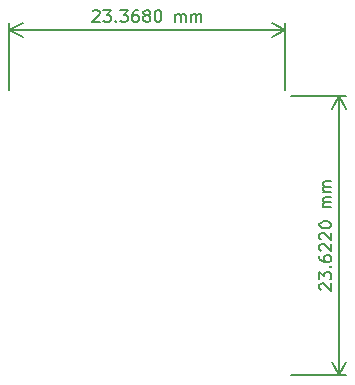
<source format=gbr>
%TF.GenerationSoftware,KiCad,Pcbnew,7.99.0-957-g18dd623122*%
%TF.CreationDate,2023-07-10T16:21:33-04:00*%
%TF.ProjectId,rp2040_base,72703230-3430-45f6-9261-73652e6b6963,rev?*%
%TF.SameCoordinates,Original*%
%TF.FileFunction,Other,Comment*%
%FSLAX46Y46*%
G04 Gerber Fmt 4.6, Leading zero omitted, Abs format (unit mm)*
G04 Created by KiCad (PCBNEW 7.99.0-957-g18dd623122) date 2023-07-10 16:21:33*
%MOMM*%
%LPD*%
G01*
G04 APERTURE LIST*
%ADD10C,0.150000*%
G04 APERTURE END LIST*
D10*
X133048953Y-72067858D02*
X133096572Y-72020239D01*
X133096572Y-72020239D02*
X133191810Y-71972620D01*
X133191810Y-71972620D02*
X133429905Y-71972620D01*
X133429905Y-71972620D02*
X133525143Y-72020239D01*
X133525143Y-72020239D02*
X133572762Y-72067858D01*
X133572762Y-72067858D02*
X133620381Y-72163096D01*
X133620381Y-72163096D02*
X133620381Y-72258334D01*
X133620381Y-72258334D02*
X133572762Y-72401191D01*
X133572762Y-72401191D02*
X133001334Y-72972620D01*
X133001334Y-72972620D02*
X133620381Y-72972620D01*
X133953715Y-71972620D02*
X134572762Y-71972620D01*
X134572762Y-71972620D02*
X134239429Y-72353572D01*
X134239429Y-72353572D02*
X134382286Y-72353572D01*
X134382286Y-72353572D02*
X134477524Y-72401191D01*
X134477524Y-72401191D02*
X134525143Y-72448810D01*
X134525143Y-72448810D02*
X134572762Y-72544048D01*
X134572762Y-72544048D02*
X134572762Y-72782143D01*
X134572762Y-72782143D02*
X134525143Y-72877381D01*
X134525143Y-72877381D02*
X134477524Y-72925001D01*
X134477524Y-72925001D02*
X134382286Y-72972620D01*
X134382286Y-72972620D02*
X134096572Y-72972620D01*
X134096572Y-72972620D02*
X134001334Y-72925001D01*
X134001334Y-72925001D02*
X133953715Y-72877381D01*
X135001334Y-72877381D02*
X135048953Y-72925001D01*
X135048953Y-72925001D02*
X135001334Y-72972620D01*
X135001334Y-72972620D02*
X134953715Y-72925001D01*
X134953715Y-72925001D02*
X135001334Y-72877381D01*
X135001334Y-72877381D02*
X135001334Y-72972620D01*
X135382286Y-71972620D02*
X136001333Y-71972620D01*
X136001333Y-71972620D02*
X135668000Y-72353572D01*
X135668000Y-72353572D02*
X135810857Y-72353572D01*
X135810857Y-72353572D02*
X135906095Y-72401191D01*
X135906095Y-72401191D02*
X135953714Y-72448810D01*
X135953714Y-72448810D02*
X136001333Y-72544048D01*
X136001333Y-72544048D02*
X136001333Y-72782143D01*
X136001333Y-72782143D02*
X135953714Y-72877381D01*
X135953714Y-72877381D02*
X135906095Y-72925001D01*
X135906095Y-72925001D02*
X135810857Y-72972620D01*
X135810857Y-72972620D02*
X135525143Y-72972620D01*
X135525143Y-72972620D02*
X135429905Y-72925001D01*
X135429905Y-72925001D02*
X135382286Y-72877381D01*
X136858476Y-71972620D02*
X136668000Y-71972620D01*
X136668000Y-71972620D02*
X136572762Y-72020239D01*
X136572762Y-72020239D02*
X136525143Y-72067858D01*
X136525143Y-72067858D02*
X136429905Y-72210715D01*
X136429905Y-72210715D02*
X136382286Y-72401191D01*
X136382286Y-72401191D02*
X136382286Y-72782143D01*
X136382286Y-72782143D02*
X136429905Y-72877381D01*
X136429905Y-72877381D02*
X136477524Y-72925001D01*
X136477524Y-72925001D02*
X136572762Y-72972620D01*
X136572762Y-72972620D02*
X136763238Y-72972620D01*
X136763238Y-72972620D02*
X136858476Y-72925001D01*
X136858476Y-72925001D02*
X136906095Y-72877381D01*
X136906095Y-72877381D02*
X136953714Y-72782143D01*
X136953714Y-72782143D02*
X136953714Y-72544048D01*
X136953714Y-72544048D02*
X136906095Y-72448810D01*
X136906095Y-72448810D02*
X136858476Y-72401191D01*
X136858476Y-72401191D02*
X136763238Y-72353572D01*
X136763238Y-72353572D02*
X136572762Y-72353572D01*
X136572762Y-72353572D02*
X136477524Y-72401191D01*
X136477524Y-72401191D02*
X136429905Y-72448810D01*
X136429905Y-72448810D02*
X136382286Y-72544048D01*
X137525143Y-72401191D02*
X137429905Y-72353572D01*
X137429905Y-72353572D02*
X137382286Y-72305953D01*
X137382286Y-72305953D02*
X137334667Y-72210715D01*
X137334667Y-72210715D02*
X137334667Y-72163096D01*
X137334667Y-72163096D02*
X137382286Y-72067858D01*
X137382286Y-72067858D02*
X137429905Y-72020239D01*
X137429905Y-72020239D02*
X137525143Y-71972620D01*
X137525143Y-71972620D02*
X137715619Y-71972620D01*
X137715619Y-71972620D02*
X137810857Y-72020239D01*
X137810857Y-72020239D02*
X137858476Y-72067858D01*
X137858476Y-72067858D02*
X137906095Y-72163096D01*
X137906095Y-72163096D02*
X137906095Y-72210715D01*
X137906095Y-72210715D02*
X137858476Y-72305953D01*
X137858476Y-72305953D02*
X137810857Y-72353572D01*
X137810857Y-72353572D02*
X137715619Y-72401191D01*
X137715619Y-72401191D02*
X137525143Y-72401191D01*
X137525143Y-72401191D02*
X137429905Y-72448810D01*
X137429905Y-72448810D02*
X137382286Y-72496429D01*
X137382286Y-72496429D02*
X137334667Y-72591667D01*
X137334667Y-72591667D02*
X137334667Y-72782143D01*
X137334667Y-72782143D02*
X137382286Y-72877381D01*
X137382286Y-72877381D02*
X137429905Y-72925001D01*
X137429905Y-72925001D02*
X137525143Y-72972620D01*
X137525143Y-72972620D02*
X137715619Y-72972620D01*
X137715619Y-72972620D02*
X137810857Y-72925001D01*
X137810857Y-72925001D02*
X137858476Y-72877381D01*
X137858476Y-72877381D02*
X137906095Y-72782143D01*
X137906095Y-72782143D02*
X137906095Y-72591667D01*
X137906095Y-72591667D02*
X137858476Y-72496429D01*
X137858476Y-72496429D02*
X137810857Y-72448810D01*
X137810857Y-72448810D02*
X137715619Y-72401191D01*
X138525143Y-71972620D02*
X138620381Y-71972620D01*
X138620381Y-71972620D02*
X138715619Y-72020239D01*
X138715619Y-72020239D02*
X138763238Y-72067858D01*
X138763238Y-72067858D02*
X138810857Y-72163096D01*
X138810857Y-72163096D02*
X138858476Y-72353572D01*
X138858476Y-72353572D02*
X138858476Y-72591667D01*
X138858476Y-72591667D02*
X138810857Y-72782143D01*
X138810857Y-72782143D02*
X138763238Y-72877381D01*
X138763238Y-72877381D02*
X138715619Y-72925001D01*
X138715619Y-72925001D02*
X138620381Y-72972620D01*
X138620381Y-72972620D02*
X138525143Y-72972620D01*
X138525143Y-72972620D02*
X138429905Y-72925001D01*
X138429905Y-72925001D02*
X138382286Y-72877381D01*
X138382286Y-72877381D02*
X138334667Y-72782143D01*
X138334667Y-72782143D02*
X138287048Y-72591667D01*
X138287048Y-72591667D02*
X138287048Y-72353572D01*
X138287048Y-72353572D02*
X138334667Y-72163096D01*
X138334667Y-72163096D02*
X138382286Y-72067858D01*
X138382286Y-72067858D02*
X138429905Y-72020239D01*
X138429905Y-72020239D02*
X138525143Y-71972620D01*
X140048953Y-72972620D02*
X140048953Y-72305953D01*
X140048953Y-72401191D02*
X140096572Y-72353572D01*
X140096572Y-72353572D02*
X140191810Y-72305953D01*
X140191810Y-72305953D02*
X140334667Y-72305953D01*
X140334667Y-72305953D02*
X140429905Y-72353572D01*
X140429905Y-72353572D02*
X140477524Y-72448810D01*
X140477524Y-72448810D02*
X140477524Y-72972620D01*
X140477524Y-72448810D02*
X140525143Y-72353572D01*
X140525143Y-72353572D02*
X140620381Y-72305953D01*
X140620381Y-72305953D02*
X140763238Y-72305953D01*
X140763238Y-72305953D02*
X140858477Y-72353572D01*
X140858477Y-72353572D02*
X140906096Y-72448810D01*
X140906096Y-72448810D02*
X140906096Y-72972620D01*
X141382286Y-72972620D02*
X141382286Y-72305953D01*
X141382286Y-72401191D02*
X141429905Y-72353572D01*
X141429905Y-72353572D02*
X141525143Y-72305953D01*
X141525143Y-72305953D02*
X141668000Y-72305953D01*
X141668000Y-72305953D02*
X141763238Y-72353572D01*
X141763238Y-72353572D02*
X141810857Y-72448810D01*
X141810857Y-72448810D02*
X141810857Y-72972620D01*
X141810857Y-72448810D02*
X141858476Y-72353572D01*
X141858476Y-72353572D02*
X141953714Y-72305953D01*
X141953714Y-72305953D02*
X142096571Y-72305953D01*
X142096571Y-72305953D02*
X142191810Y-72353572D01*
X142191810Y-72353572D02*
X142239429Y-72448810D01*
X142239429Y-72448810D02*
X142239429Y-72972620D01*
X149352000Y-78748000D02*
X149352000Y-73073581D01*
X125984000Y-78748000D02*
X125984000Y-73073581D01*
X149352000Y-73660001D02*
X125984000Y-73660001D01*
X149352000Y-73660001D02*
X125984000Y-73660001D01*
X149352000Y-73660001D02*
X148225496Y-74246422D01*
X149352000Y-73660001D02*
X148225496Y-73073580D01*
X125984000Y-73660001D02*
X127110504Y-73073580D01*
X125984000Y-73660001D02*
X127110504Y-74246422D01*
X152331857Y-95678046D02*
X152284238Y-95630427D01*
X152284238Y-95630427D02*
X152236619Y-95535189D01*
X152236619Y-95535189D02*
X152236619Y-95297094D01*
X152236619Y-95297094D02*
X152284238Y-95201856D01*
X152284238Y-95201856D02*
X152331857Y-95154237D01*
X152331857Y-95154237D02*
X152427095Y-95106618D01*
X152427095Y-95106618D02*
X152522333Y-95106618D01*
X152522333Y-95106618D02*
X152665190Y-95154237D01*
X152665190Y-95154237D02*
X153236619Y-95725665D01*
X153236619Y-95725665D02*
X153236619Y-95106618D01*
X152236619Y-94773284D02*
X152236619Y-94154237D01*
X152236619Y-94154237D02*
X152617571Y-94487570D01*
X152617571Y-94487570D02*
X152617571Y-94344713D01*
X152617571Y-94344713D02*
X152665190Y-94249475D01*
X152665190Y-94249475D02*
X152712809Y-94201856D01*
X152712809Y-94201856D02*
X152808047Y-94154237D01*
X152808047Y-94154237D02*
X153046142Y-94154237D01*
X153046142Y-94154237D02*
X153141380Y-94201856D01*
X153141380Y-94201856D02*
X153189000Y-94249475D01*
X153189000Y-94249475D02*
X153236619Y-94344713D01*
X153236619Y-94344713D02*
X153236619Y-94630427D01*
X153236619Y-94630427D02*
X153189000Y-94725665D01*
X153189000Y-94725665D02*
X153141380Y-94773284D01*
X153141380Y-93725665D02*
X153189000Y-93678046D01*
X153189000Y-93678046D02*
X153236619Y-93725665D01*
X153236619Y-93725665D02*
X153189000Y-93773284D01*
X153189000Y-93773284D02*
X153141380Y-93725665D01*
X153141380Y-93725665D02*
X153236619Y-93725665D01*
X152236619Y-92820904D02*
X152236619Y-93011380D01*
X152236619Y-93011380D02*
X152284238Y-93106618D01*
X152284238Y-93106618D02*
X152331857Y-93154237D01*
X152331857Y-93154237D02*
X152474714Y-93249475D01*
X152474714Y-93249475D02*
X152665190Y-93297094D01*
X152665190Y-93297094D02*
X153046142Y-93297094D01*
X153046142Y-93297094D02*
X153141380Y-93249475D01*
X153141380Y-93249475D02*
X153189000Y-93201856D01*
X153189000Y-93201856D02*
X153236619Y-93106618D01*
X153236619Y-93106618D02*
X153236619Y-92916142D01*
X153236619Y-92916142D02*
X153189000Y-92820904D01*
X153189000Y-92820904D02*
X153141380Y-92773285D01*
X153141380Y-92773285D02*
X153046142Y-92725666D01*
X153046142Y-92725666D02*
X152808047Y-92725666D01*
X152808047Y-92725666D02*
X152712809Y-92773285D01*
X152712809Y-92773285D02*
X152665190Y-92820904D01*
X152665190Y-92820904D02*
X152617571Y-92916142D01*
X152617571Y-92916142D02*
X152617571Y-93106618D01*
X152617571Y-93106618D02*
X152665190Y-93201856D01*
X152665190Y-93201856D02*
X152712809Y-93249475D01*
X152712809Y-93249475D02*
X152808047Y-93297094D01*
X152331857Y-92344713D02*
X152284238Y-92297094D01*
X152284238Y-92297094D02*
X152236619Y-92201856D01*
X152236619Y-92201856D02*
X152236619Y-91963761D01*
X152236619Y-91963761D02*
X152284238Y-91868523D01*
X152284238Y-91868523D02*
X152331857Y-91820904D01*
X152331857Y-91820904D02*
X152427095Y-91773285D01*
X152427095Y-91773285D02*
X152522333Y-91773285D01*
X152522333Y-91773285D02*
X152665190Y-91820904D01*
X152665190Y-91820904D02*
X153236619Y-92392332D01*
X153236619Y-92392332D02*
X153236619Y-91773285D01*
X152331857Y-91392332D02*
X152284238Y-91344713D01*
X152284238Y-91344713D02*
X152236619Y-91249475D01*
X152236619Y-91249475D02*
X152236619Y-91011380D01*
X152236619Y-91011380D02*
X152284238Y-90916142D01*
X152284238Y-90916142D02*
X152331857Y-90868523D01*
X152331857Y-90868523D02*
X152427095Y-90820904D01*
X152427095Y-90820904D02*
X152522333Y-90820904D01*
X152522333Y-90820904D02*
X152665190Y-90868523D01*
X152665190Y-90868523D02*
X153236619Y-91439951D01*
X153236619Y-91439951D02*
X153236619Y-90820904D01*
X152236619Y-90201856D02*
X152236619Y-90106618D01*
X152236619Y-90106618D02*
X152284238Y-90011380D01*
X152284238Y-90011380D02*
X152331857Y-89963761D01*
X152331857Y-89963761D02*
X152427095Y-89916142D01*
X152427095Y-89916142D02*
X152617571Y-89868523D01*
X152617571Y-89868523D02*
X152855666Y-89868523D01*
X152855666Y-89868523D02*
X153046142Y-89916142D01*
X153046142Y-89916142D02*
X153141380Y-89963761D01*
X153141380Y-89963761D02*
X153189000Y-90011380D01*
X153189000Y-90011380D02*
X153236619Y-90106618D01*
X153236619Y-90106618D02*
X153236619Y-90201856D01*
X153236619Y-90201856D02*
X153189000Y-90297094D01*
X153189000Y-90297094D02*
X153141380Y-90344713D01*
X153141380Y-90344713D02*
X153046142Y-90392332D01*
X153046142Y-90392332D02*
X152855666Y-90439951D01*
X152855666Y-90439951D02*
X152617571Y-90439951D01*
X152617571Y-90439951D02*
X152427095Y-90392332D01*
X152427095Y-90392332D02*
X152331857Y-90344713D01*
X152331857Y-90344713D02*
X152284238Y-90297094D01*
X152284238Y-90297094D02*
X152236619Y-90201856D01*
X153236619Y-88678046D02*
X152569952Y-88678046D01*
X152665190Y-88678046D02*
X152617571Y-88630427D01*
X152617571Y-88630427D02*
X152569952Y-88535189D01*
X152569952Y-88535189D02*
X152569952Y-88392332D01*
X152569952Y-88392332D02*
X152617571Y-88297094D01*
X152617571Y-88297094D02*
X152712809Y-88249475D01*
X152712809Y-88249475D02*
X153236619Y-88249475D01*
X152712809Y-88249475D02*
X152617571Y-88201856D01*
X152617571Y-88201856D02*
X152569952Y-88106618D01*
X152569952Y-88106618D02*
X152569952Y-87963761D01*
X152569952Y-87963761D02*
X152617571Y-87868522D01*
X152617571Y-87868522D02*
X152712809Y-87820903D01*
X152712809Y-87820903D02*
X153236619Y-87820903D01*
X153236619Y-87344713D02*
X152569952Y-87344713D01*
X152665190Y-87344713D02*
X152617571Y-87297094D01*
X152617571Y-87297094D02*
X152569952Y-87201856D01*
X152569952Y-87201856D02*
X152569952Y-87058999D01*
X152569952Y-87058999D02*
X152617571Y-86963761D01*
X152617571Y-86963761D02*
X152712809Y-86916142D01*
X152712809Y-86916142D02*
X153236619Y-86916142D01*
X152712809Y-86916142D02*
X152617571Y-86868523D01*
X152617571Y-86868523D02*
X152569952Y-86773285D01*
X152569952Y-86773285D02*
X152569952Y-86630428D01*
X152569952Y-86630428D02*
X152617571Y-86535189D01*
X152617571Y-86535189D02*
X152712809Y-86487570D01*
X152712809Y-86487570D02*
X153236619Y-86487570D01*
X149852000Y-79248000D02*
X154510420Y-79248000D01*
X149852000Y-102870000D02*
X154510420Y-102870000D01*
X153924000Y-79248000D02*
X153924000Y-102870000D01*
X153924000Y-79248000D02*
X153924000Y-102870000D01*
X153924000Y-79248000D02*
X154510421Y-80374504D01*
X153924000Y-79248000D02*
X153337579Y-80374504D01*
X153924000Y-102870000D02*
X153337579Y-101743496D01*
X153924000Y-102870000D02*
X154510421Y-101743496D01*
M02*

</source>
